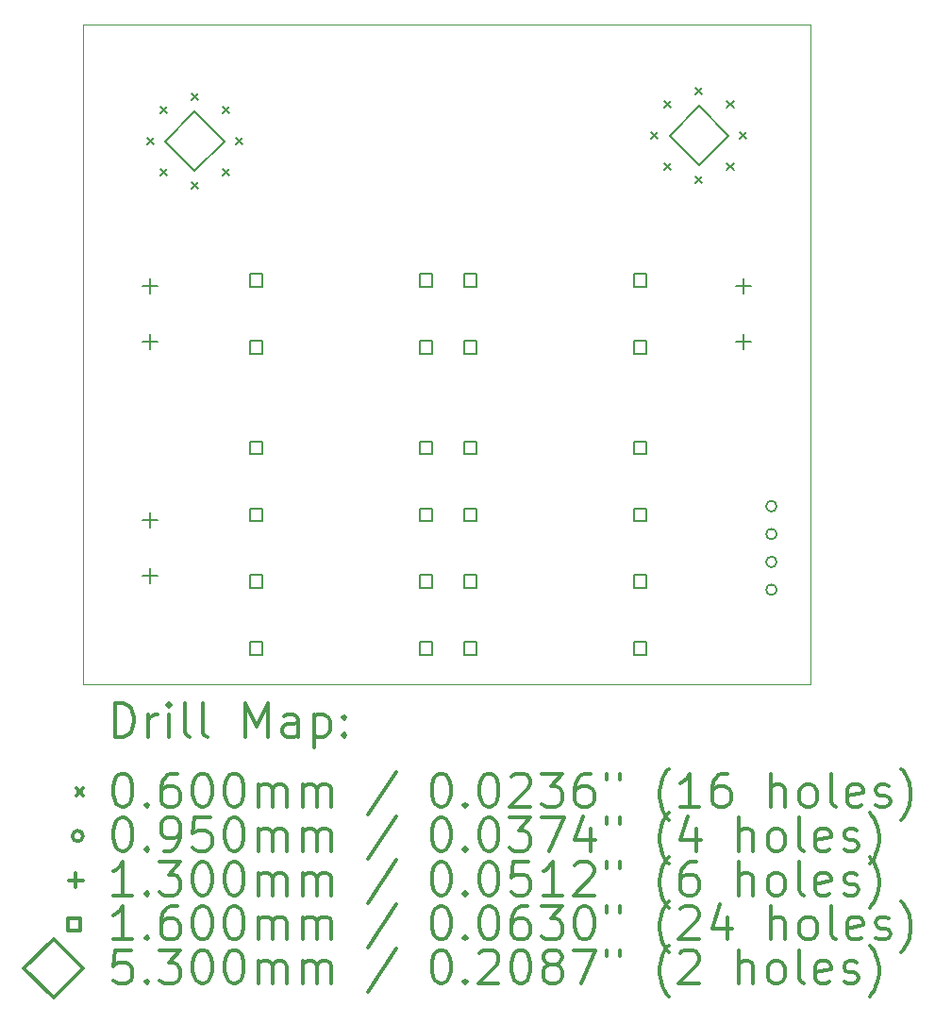
<source format=gbr>
%FSLAX45Y45*%
G04 Gerber Fmt 4.5, Leading zero omitted, Abs format (unit mm)*
G04 Created by KiCad (PCBNEW 5.1.10) date 2021-06-04 18:58:07*
%MOMM*%
%LPD*%
G01*
G04 APERTURE LIST*
%TA.AperFunction,Profile*%
%ADD10C,0.050000*%
%TD*%
%ADD11C,0.200000*%
%ADD12C,0.300000*%
G04 APERTURE END LIST*
D10*
X18550000Y-8775000D02*
X12025000Y-8775000D01*
X18550000Y-2850000D02*
X18550000Y-8775000D01*
X12025000Y-2850000D02*
X18550000Y-2850000D01*
X12025000Y-8775000D02*
X12025000Y-2850000D01*
D11*
X12597500Y-3870000D02*
X12657500Y-3930000D01*
X12657500Y-3870000D02*
X12597500Y-3930000D01*
X12713925Y-3588925D02*
X12773925Y-3648925D01*
X12773925Y-3588925D02*
X12713925Y-3648925D01*
X12713925Y-4151075D02*
X12773925Y-4211075D01*
X12773925Y-4151075D02*
X12713925Y-4211075D01*
X12995000Y-3472500D02*
X13055000Y-3532500D01*
X13055000Y-3472500D02*
X12995000Y-3532500D01*
X12995000Y-4267500D02*
X13055000Y-4327500D01*
X13055000Y-4267500D02*
X12995000Y-4327500D01*
X13276075Y-3588925D02*
X13336075Y-3648925D01*
X13336075Y-3588925D02*
X13276075Y-3648925D01*
X13276075Y-4151075D02*
X13336075Y-4211075D01*
X13336075Y-4151075D02*
X13276075Y-4211075D01*
X13392500Y-3870000D02*
X13452500Y-3930000D01*
X13452500Y-3870000D02*
X13392500Y-3930000D01*
X17122500Y-3820000D02*
X17182500Y-3880000D01*
X17182500Y-3820000D02*
X17122500Y-3880000D01*
X17238925Y-3538925D02*
X17298925Y-3598925D01*
X17298925Y-3538925D02*
X17238925Y-3598925D01*
X17238925Y-4101075D02*
X17298925Y-4161075D01*
X17298925Y-4101075D02*
X17238925Y-4161075D01*
X17520000Y-3422500D02*
X17580000Y-3482500D01*
X17580000Y-3422500D02*
X17520000Y-3482500D01*
X17520000Y-4217500D02*
X17580000Y-4277500D01*
X17580000Y-4217500D02*
X17520000Y-4277500D01*
X17801075Y-3538925D02*
X17861075Y-3598925D01*
X17861075Y-3538925D02*
X17801075Y-3598925D01*
X17801075Y-4101075D02*
X17861075Y-4161075D01*
X17861075Y-4101075D02*
X17801075Y-4161075D01*
X17917500Y-3820000D02*
X17977500Y-3880000D01*
X17977500Y-3820000D02*
X17917500Y-3880000D01*
X18247500Y-7175000D02*
G75*
G03*
X18247500Y-7175000I-47500J0D01*
G01*
X18247500Y-7425000D02*
G75*
G03*
X18247500Y-7425000I-47500J0D01*
G01*
X18247500Y-7675000D02*
G75*
G03*
X18247500Y-7675000I-47500J0D01*
G01*
X18247500Y-7925000D02*
G75*
G03*
X18247500Y-7925000I-47500J0D01*
G01*
X12625000Y-5135000D02*
X12625000Y-5265000D01*
X12560000Y-5200000D02*
X12690000Y-5200000D01*
X12625000Y-5635000D02*
X12625000Y-5765000D01*
X12560000Y-5700000D02*
X12690000Y-5700000D01*
X12625000Y-7235000D02*
X12625000Y-7365000D01*
X12560000Y-7300000D02*
X12690000Y-7300000D01*
X12625000Y-7735000D02*
X12625000Y-7865000D01*
X12560000Y-7800000D02*
X12690000Y-7800000D01*
X17950000Y-5135000D02*
X17950000Y-5265000D01*
X17885000Y-5200000D02*
X18015000Y-5200000D01*
X17950000Y-5635000D02*
X17950000Y-5765000D01*
X17885000Y-5700000D02*
X18015000Y-5700000D01*
X13631569Y-5206569D02*
X13631569Y-5093431D01*
X13518431Y-5093431D01*
X13518431Y-5206569D01*
X13631569Y-5206569D01*
X13631569Y-5806569D02*
X13631569Y-5693431D01*
X13518431Y-5693431D01*
X13518431Y-5806569D01*
X13631569Y-5806569D01*
X13631569Y-6706569D02*
X13631569Y-6593431D01*
X13518431Y-6593431D01*
X13518431Y-6706569D01*
X13631569Y-6706569D01*
X13631569Y-7306569D02*
X13631569Y-7193431D01*
X13518431Y-7193431D01*
X13518431Y-7306569D01*
X13631569Y-7306569D01*
X13631569Y-7906569D02*
X13631569Y-7793431D01*
X13518431Y-7793431D01*
X13518431Y-7906569D01*
X13631569Y-7906569D01*
X13631569Y-8506569D02*
X13631569Y-8393431D01*
X13518431Y-8393431D01*
X13518431Y-8506569D01*
X13631569Y-8506569D01*
X15155569Y-5206569D02*
X15155569Y-5093431D01*
X15042431Y-5093431D01*
X15042431Y-5206569D01*
X15155569Y-5206569D01*
X15155569Y-5806569D02*
X15155569Y-5693431D01*
X15042431Y-5693431D01*
X15042431Y-5806569D01*
X15155569Y-5806569D01*
X15155569Y-6706569D02*
X15155569Y-6593431D01*
X15042431Y-6593431D01*
X15042431Y-6706569D01*
X15155569Y-6706569D01*
X15155569Y-7306569D02*
X15155569Y-7193431D01*
X15042431Y-7193431D01*
X15042431Y-7306569D01*
X15155569Y-7306569D01*
X15155569Y-7906569D02*
X15155569Y-7793431D01*
X15042431Y-7793431D01*
X15042431Y-7906569D01*
X15155569Y-7906569D01*
X15155569Y-8506569D02*
X15155569Y-8393431D01*
X15042431Y-8393431D01*
X15042431Y-8506569D01*
X15155569Y-8506569D01*
X15556569Y-5206569D02*
X15556569Y-5093431D01*
X15443431Y-5093431D01*
X15443431Y-5206569D01*
X15556569Y-5206569D01*
X15556569Y-5806569D02*
X15556569Y-5693431D01*
X15443431Y-5693431D01*
X15443431Y-5806569D01*
X15556569Y-5806569D01*
X15556569Y-6706569D02*
X15556569Y-6593431D01*
X15443431Y-6593431D01*
X15443431Y-6706569D01*
X15556569Y-6706569D01*
X15556569Y-7306569D02*
X15556569Y-7193431D01*
X15443431Y-7193431D01*
X15443431Y-7306569D01*
X15556569Y-7306569D01*
X15556569Y-7906569D02*
X15556569Y-7793431D01*
X15443431Y-7793431D01*
X15443431Y-7906569D01*
X15556569Y-7906569D01*
X15556569Y-8506569D02*
X15556569Y-8393431D01*
X15443431Y-8393431D01*
X15443431Y-8506569D01*
X15556569Y-8506569D01*
X17080569Y-5206569D02*
X17080569Y-5093431D01*
X16967431Y-5093431D01*
X16967431Y-5206569D01*
X17080569Y-5206569D01*
X17080569Y-5806569D02*
X17080569Y-5693431D01*
X16967431Y-5693431D01*
X16967431Y-5806569D01*
X17080569Y-5806569D01*
X17080569Y-6706569D02*
X17080569Y-6593431D01*
X16967431Y-6593431D01*
X16967431Y-6706569D01*
X17080569Y-6706569D01*
X17080569Y-7306569D02*
X17080569Y-7193431D01*
X16967431Y-7193431D01*
X16967431Y-7306569D01*
X17080569Y-7306569D01*
X17080569Y-7906569D02*
X17080569Y-7793431D01*
X16967431Y-7793431D01*
X16967431Y-7906569D01*
X17080569Y-7906569D01*
X17080569Y-8506569D02*
X17080569Y-8393431D01*
X16967431Y-8393431D01*
X16967431Y-8506569D01*
X17080569Y-8506569D01*
X13025000Y-4165000D02*
X13290000Y-3900000D01*
X13025000Y-3635000D01*
X12760000Y-3900000D01*
X13025000Y-4165000D01*
X17550000Y-4115000D02*
X17815000Y-3850000D01*
X17550000Y-3585000D01*
X17285000Y-3850000D01*
X17550000Y-4115000D01*
D12*
X12308928Y-9243214D02*
X12308928Y-8943214D01*
X12380357Y-8943214D01*
X12423214Y-8957500D01*
X12451786Y-8986072D01*
X12466071Y-9014643D01*
X12480357Y-9071786D01*
X12480357Y-9114643D01*
X12466071Y-9171786D01*
X12451786Y-9200357D01*
X12423214Y-9228929D01*
X12380357Y-9243214D01*
X12308928Y-9243214D01*
X12608928Y-9243214D02*
X12608928Y-9043214D01*
X12608928Y-9100357D02*
X12623214Y-9071786D01*
X12637500Y-9057500D01*
X12666071Y-9043214D01*
X12694643Y-9043214D01*
X12794643Y-9243214D02*
X12794643Y-9043214D01*
X12794643Y-8943214D02*
X12780357Y-8957500D01*
X12794643Y-8971786D01*
X12808928Y-8957500D01*
X12794643Y-8943214D01*
X12794643Y-8971786D01*
X12980357Y-9243214D02*
X12951786Y-9228929D01*
X12937500Y-9200357D01*
X12937500Y-8943214D01*
X13137500Y-9243214D02*
X13108928Y-9228929D01*
X13094643Y-9200357D01*
X13094643Y-8943214D01*
X13480357Y-9243214D02*
X13480357Y-8943214D01*
X13580357Y-9157500D01*
X13680357Y-8943214D01*
X13680357Y-9243214D01*
X13951786Y-9243214D02*
X13951786Y-9086072D01*
X13937500Y-9057500D01*
X13908928Y-9043214D01*
X13851786Y-9043214D01*
X13823214Y-9057500D01*
X13951786Y-9228929D02*
X13923214Y-9243214D01*
X13851786Y-9243214D01*
X13823214Y-9228929D01*
X13808928Y-9200357D01*
X13808928Y-9171786D01*
X13823214Y-9143214D01*
X13851786Y-9128929D01*
X13923214Y-9128929D01*
X13951786Y-9114643D01*
X14094643Y-9043214D02*
X14094643Y-9343214D01*
X14094643Y-9057500D02*
X14123214Y-9043214D01*
X14180357Y-9043214D01*
X14208928Y-9057500D01*
X14223214Y-9071786D01*
X14237500Y-9100357D01*
X14237500Y-9186072D01*
X14223214Y-9214643D01*
X14208928Y-9228929D01*
X14180357Y-9243214D01*
X14123214Y-9243214D01*
X14094643Y-9228929D01*
X14366071Y-9214643D02*
X14380357Y-9228929D01*
X14366071Y-9243214D01*
X14351786Y-9228929D01*
X14366071Y-9214643D01*
X14366071Y-9243214D01*
X14366071Y-9057500D02*
X14380357Y-9071786D01*
X14366071Y-9086072D01*
X14351786Y-9071786D01*
X14366071Y-9057500D01*
X14366071Y-9086072D01*
X11962500Y-9707500D02*
X12022500Y-9767500D01*
X12022500Y-9707500D02*
X11962500Y-9767500D01*
X12366071Y-9573214D02*
X12394643Y-9573214D01*
X12423214Y-9587500D01*
X12437500Y-9601786D01*
X12451786Y-9630357D01*
X12466071Y-9687500D01*
X12466071Y-9758929D01*
X12451786Y-9816072D01*
X12437500Y-9844643D01*
X12423214Y-9858929D01*
X12394643Y-9873214D01*
X12366071Y-9873214D01*
X12337500Y-9858929D01*
X12323214Y-9844643D01*
X12308928Y-9816072D01*
X12294643Y-9758929D01*
X12294643Y-9687500D01*
X12308928Y-9630357D01*
X12323214Y-9601786D01*
X12337500Y-9587500D01*
X12366071Y-9573214D01*
X12594643Y-9844643D02*
X12608928Y-9858929D01*
X12594643Y-9873214D01*
X12580357Y-9858929D01*
X12594643Y-9844643D01*
X12594643Y-9873214D01*
X12866071Y-9573214D02*
X12808928Y-9573214D01*
X12780357Y-9587500D01*
X12766071Y-9601786D01*
X12737500Y-9644643D01*
X12723214Y-9701786D01*
X12723214Y-9816072D01*
X12737500Y-9844643D01*
X12751786Y-9858929D01*
X12780357Y-9873214D01*
X12837500Y-9873214D01*
X12866071Y-9858929D01*
X12880357Y-9844643D01*
X12894643Y-9816072D01*
X12894643Y-9744643D01*
X12880357Y-9716072D01*
X12866071Y-9701786D01*
X12837500Y-9687500D01*
X12780357Y-9687500D01*
X12751786Y-9701786D01*
X12737500Y-9716072D01*
X12723214Y-9744643D01*
X13080357Y-9573214D02*
X13108928Y-9573214D01*
X13137500Y-9587500D01*
X13151786Y-9601786D01*
X13166071Y-9630357D01*
X13180357Y-9687500D01*
X13180357Y-9758929D01*
X13166071Y-9816072D01*
X13151786Y-9844643D01*
X13137500Y-9858929D01*
X13108928Y-9873214D01*
X13080357Y-9873214D01*
X13051786Y-9858929D01*
X13037500Y-9844643D01*
X13023214Y-9816072D01*
X13008928Y-9758929D01*
X13008928Y-9687500D01*
X13023214Y-9630357D01*
X13037500Y-9601786D01*
X13051786Y-9587500D01*
X13080357Y-9573214D01*
X13366071Y-9573214D02*
X13394643Y-9573214D01*
X13423214Y-9587500D01*
X13437500Y-9601786D01*
X13451786Y-9630357D01*
X13466071Y-9687500D01*
X13466071Y-9758929D01*
X13451786Y-9816072D01*
X13437500Y-9844643D01*
X13423214Y-9858929D01*
X13394643Y-9873214D01*
X13366071Y-9873214D01*
X13337500Y-9858929D01*
X13323214Y-9844643D01*
X13308928Y-9816072D01*
X13294643Y-9758929D01*
X13294643Y-9687500D01*
X13308928Y-9630357D01*
X13323214Y-9601786D01*
X13337500Y-9587500D01*
X13366071Y-9573214D01*
X13594643Y-9873214D02*
X13594643Y-9673214D01*
X13594643Y-9701786D02*
X13608928Y-9687500D01*
X13637500Y-9673214D01*
X13680357Y-9673214D01*
X13708928Y-9687500D01*
X13723214Y-9716072D01*
X13723214Y-9873214D01*
X13723214Y-9716072D02*
X13737500Y-9687500D01*
X13766071Y-9673214D01*
X13808928Y-9673214D01*
X13837500Y-9687500D01*
X13851786Y-9716072D01*
X13851786Y-9873214D01*
X13994643Y-9873214D02*
X13994643Y-9673214D01*
X13994643Y-9701786D02*
X14008928Y-9687500D01*
X14037500Y-9673214D01*
X14080357Y-9673214D01*
X14108928Y-9687500D01*
X14123214Y-9716072D01*
X14123214Y-9873214D01*
X14123214Y-9716072D02*
X14137500Y-9687500D01*
X14166071Y-9673214D01*
X14208928Y-9673214D01*
X14237500Y-9687500D01*
X14251786Y-9716072D01*
X14251786Y-9873214D01*
X14837500Y-9558929D02*
X14580357Y-9944643D01*
X15223214Y-9573214D02*
X15251786Y-9573214D01*
X15280357Y-9587500D01*
X15294643Y-9601786D01*
X15308928Y-9630357D01*
X15323214Y-9687500D01*
X15323214Y-9758929D01*
X15308928Y-9816072D01*
X15294643Y-9844643D01*
X15280357Y-9858929D01*
X15251786Y-9873214D01*
X15223214Y-9873214D01*
X15194643Y-9858929D01*
X15180357Y-9844643D01*
X15166071Y-9816072D01*
X15151786Y-9758929D01*
X15151786Y-9687500D01*
X15166071Y-9630357D01*
X15180357Y-9601786D01*
X15194643Y-9587500D01*
X15223214Y-9573214D01*
X15451786Y-9844643D02*
X15466071Y-9858929D01*
X15451786Y-9873214D01*
X15437500Y-9858929D01*
X15451786Y-9844643D01*
X15451786Y-9873214D01*
X15651786Y-9573214D02*
X15680357Y-9573214D01*
X15708928Y-9587500D01*
X15723214Y-9601786D01*
X15737500Y-9630357D01*
X15751786Y-9687500D01*
X15751786Y-9758929D01*
X15737500Y-9816072D01*
X15723214Y-9844643D01*
X15708928Y-9858929D01*
X15680357Y-9873214D01*
X15651786Y-9873214D01*
X15623214Y-9858929D01*
X15608928Y-9844643D01*
X15594643Y-9816072D01*
X15580357Y-9758929D01*
X15580357Y-9687500D01*
X15594643Y-9630357D01*
X15608928Y-9601786D01*
X15623214Y-9587500D01*
X15651786Y-9573214D01*
X15866071Y-9601786D02*
X15880357Y-9587500D01*
X15908928Y-9573214D01*
X15980357Y-9573214D01*
X16008928Y-9587500D01*
X16023214Y-9601786D01*
X16037500Y-9630357D01*
X16037500Y-9658929D01*
X16023214Y-9701786D01*
X15851786Y-9873214D01*
X16037500Y-9873214D01*
X16137500Y-9573214D02*
X16323214Y-9573214D01*
X16223214Y-9687500D01*
X16266071Y-9687500D01*
X16294643Y-9701786D01*
X16308928Y-9716072D01*
X16323214Y-9744643D01*
X16323214Y-9816072D01*
X16308928Y-9844643D01*
X16294643Y-9858929D01*
X16266071Y-9873214D01*
X16180357Y-9873214D01*
X16151786Y-9858929D01*
X16137500Y-9844643D01*
X16580357Y-9573214D02*
X16523214Y-9573214D01*
X16494643Y-9587500D01*
X16480357Y-9601786D01*
X16451786Y-9644643D01*
X16437500Y-9701786D01*
X16437500Y-9816072D01*
X16451786Y-9844643D01*
X16466071Y-9858929D01*
X16494643Y-9873214D01*
X16551786Y-9873214D01*
X16580357Y-9858929D01*
X16594643Y-9844643D01*
X16608928Y-9816072D01*
X16608928Y-9744643D01*
X16594643Y-9716072D01*
X16580357Y-9701786D01*
X16551786Y-9687500D01*
X16494643Y-9687500D01*
X16466071Y-9701786D01*
X16451786Y-9716072D01*
X16437500Y-9744643D01*
X16723214Y-9573214D02*
X16723214Y-9630357D01*
X16837500Y-9573214D02*
X16837500Y-9630357D01*
X17280357Y-9987500D02*
X17266071Y-9973214D01*
X17237500Y-9930357D01*
X17223214Y-9901786D01*
X17208928Y-9858929D01*
X17194643Y-9787500D01*
X17194643Y-9730357D01*
X17208928Y-9658929D01*
X17223214Y-9616072D01*
X17237500Y-9587500D01*
X17266071Y-9544643D01*
X17280357Y-9530357D01*
X17551786Y-9873214D02*
X17380357Y-9873214D01*
X17466071Y-9873214D02*
X17466071Y-9573214D01*
X17437500Y-9616072D01*
X17408928Y-9644643D01*
X17380357Y-9658929D01*
X17808928Y-9573214D02*
X17751786Y-9573214D01*
X17723214Y-9587500D01*
X17708928Y-9601786D01*
X17680357Y-9644643D01*
X17666071Y-9701786D01*
X17666071Y-9816072D01*
X17680357Y-9844643D01*
X17694643Y-9858929D01*
X17723214Y-9873214D01*
X17780357Y-9873214D01*
X17808928Y-9858929D01*
X17823214Y-9844643D01*
X17837500Y-9816072D01*
X17837500Y-9744643D01*
X17823214Y-9716072D01*
X17808928Y-9701786D01*
X17780357Y-9687500D01*
X17723214Y-9687500D01*
X17694643Y-9701786D01*
X17680357Y-9716072D01*
X17666071Y-9744643D01*
X18194643Y-9873214D02*
X18194643Y-9573214D01*
X18323214Y-9873214D02*
X18323214Y-9716072D01*
X18308928Y-9687500D01*
X18280357Y-9673214D01*
X18237500Y-9673214D01*
X18208928Y-9687500D01*
X18194643Y-9701786D01*
X18508928Y-9873214D02*
X18480357Y-9858929D01*
X18466071Y-9844643D01*
X18451786Y-9816072D01*
X18451786Y-9730357D01*
X18466071Y-9701786D01*
X18480357Y-9687500D01*
X18508928Y-9673214D01*
X18551786Y-9673214D01*
X18580357Y-9687500D01*
X18594643Y-9701786D01*
X18608928Y-9730357D01*
X18608928Y-9816072D01*
X18594643Y-9844643D01*
X18580357Y-9858929D01*
X18551786Y-9873214D01*
X18508928Y-9873214D01*
X18780357Y-9873214D02*
X18751786Y-9858929D01*
X18737500Y-9830357D01*
X18737500Y-9573214D01*
X19008928Y-9858929D02*
X18980357Y-9873214D01*
X18923214Y-9873214D01*
X18894643Y-9858929D01*
X18880357Y-9830357D01*
X18880357Y-9716072D01*
X18894643Y-9687500D01*
X18923214Y-9673214D01*
X18980357Y-9673214D01*
X19008928Y-9687500D01*
X19023214Y-9716072D01*
X19023214Y-9744643D01*
X18880357Y-9773214D01*
X19137500Y-9858929D02*
X19166071Y-9873214D01*
X19223214Y-9873214D01*
X19251786Y-9858929D01*
X19266071Y-9830357D01*
X19266071Y-9816072D01*
X19251786Y-9787500D01*
X19223214Y-9773214D01*
X19180357Y-9773214D01*
X19151786Y-9758929D01*
X19137500Y-9730357D01*
X19137500Y-9716072D01*
X19151786Y-9687500D01*
X19180357Y-9673214D01*
X19223214Y-9673214D01*
X19251786Y-9687500D01*
X19366071Y-9987500D02*
X19380357Y-9973214D01*
X19408928Y-9930357D01*
X19423214Y-9901786D01*
X19437500Y-9858929D01*
X19451786Y-9787500D01*
X19451786Y-9730357D01*
X19437500Y-9658929D01*
X19423214Y-9616072D01*
X19408928Y-9587500D01*
X19380357Y-9544643D01*
X19366071Y-9530357D01*
X12022500Y-10133500D02*
G75*
G03*
X12022500Y-10133500I-47500J0D01*
G01*
X12366071Y-9969214D02*
X12394643Y-9969214D01*
X12423214Y-9983500D01*
X12437500Y-9997786D01*
X12451786Y-10026357D01*
X12466071Y-10083500D01*
X12466071Y-10154929D01*
X12451786Y-10212072D01*
X12437500Y-10240643D01*
X12423214Y-10254929D01*
X12394643Y-10269214D01*
X12366071Y-10269214D01*
X12337500Y-10254929D01*
X12323214Y-10240643D01*
X12308928Y-10212072D01*
X12294643Y-10154929D01*
X12294643Y-10083500D01*
X12308928Y-10026357D01*
X12323214Y-9997786D01*
X12337500Y-9983500D01*
X12366071Y-9969214D01*
X12594643Y-10240643D02*
X12608928Y-10254929D01*
X12594643Y-10269214D01*
X12580357Y-10254929D01*
X12594643Y-10240643D01*
X12594643Y-10269214D01*
X12751786Y-10269214D02*
X12808928Y-10269214D01*
X12837500Y-10254929D01*
X12851786Y-10240643D01*
X12880357Y-10197786D01*
X12894643Y-10140643D01*
X12894643Y-10026357D01*
X12880357Y-9997786D01*
X12866071Y-9983500D01*
X12837500Y-9969214D01*
X12780357Y-9969214D01*
X12751786Y-9983500D01*
X12737500Y-9997786D01*
X12723214Y-10026357D01*
X12723214Y-10097786D01*
X12737500Y-10126357D01*
X12751786Y-10140643D01*
X12780357Y-10154929D01*
X12837500Y-10154929D01*
X12866071Y-10140643D01*
X12880357Y-10126357D01*
X12894643Y-10097786D01*
X13166071Y-9969214D02*
X13023214Y-9969214D01*
X13008928Y-10112072D01*
X13023214Y-10097786D01*
X13051786Y-10083500D01*
X13123214Y-10083500D01*
X13151786Y-10097786D01*
X13166071Y-10112072D01*
X13180357Y-10140643D01*
X13180357Y-10212072D01*
X13166071Y-10240643D01*
X13151786Y-10254929D01*
X13123214Y-10269214D01*
X13051786Y-10269214D01*
X13023214Y-10254929D01*
X13008928Y-10240643D01*
X13366071Y-9969214D02*
X13394643Y-9969214D01*
X13423214Y-9983500D01*
X13437500Y-9997786D01*
X13451786Y-10026357D01*
X13466071Y-10083500D01*
X13466071Y-10154929D01*
X13451786Y-10212072D01*
X13437500Y-10240643D01*
X13423214Y-10254929D01*
X13394643Y-10269214D01*
X13366071Y-10269214D01*
X13337500Y-10254929D01*
X13323214Y-10240643D01*
X13308928Y-10212072D01*
X13294643Y-10154929D01*
X13294643Y-10083500D01*
X13308928Y-10026357D01*
X13323214Y-9997786D01*
X13337500Y-9983500D01*
X13366071Y-9969214D01*
X13594643Y-10269214D02*
X13594643Y-10069214D01*
X13594643Y-10097786D02*
X13608928Y-10083500D01*
X13637500Y-10069214D01*
X13680357Y-10069214D01*
X13708928Y-10083500D01*
X13723214Y-10112072D01*
X13723214Y-10269214D01*
X13723214Y-10112072D02*
X13737500Y-10083500D01*
X13766071Y-10069214D01*
X13808928Y-10069214D01*
X13837500Y-10083500D01*
X13851786Y-10112072D01*
X13851786Y-10269214D01*
X13994643Y-10269214D02*
X13994643Y-10069214D01*
X13994643Y-10097786D02*
X14008928Y-10083500D01*
X14037500Y-10069214D01*
X14080357Y-10069214D01*
X14108928Y-10083500D01*
X14123214Y-10112072D01*
X14123214Y-10269214D01*
X14123214Y-10112072D02*
X14137500Y-10083500D01*
X14166071Y-10069214D01*
X14208928Y-10069214D01*
X14237500Y-10083500D01*
X14251786Y-10112072D01*
X14251786Y-10269214D01*
X14837500Y-9954929D02*
X14580357Y-10340643D01*
X15223214Y-9969214D02*
X15251786Y-9969214D01*
X15280357Y-9983500D01*
X15294643Y-9997786D01*
X15308928Y-10026357D01*
X15323214Y-10083500D01*
X15323214Y-10154929D01*
X15308928Y-10212072D01*
X15294643Y-10240643D01*
X15280357Y-10254929D01*
X15251786Y-10269214D01*
X15223214Y-10269214D01*
X15194643Y-10254929D01*
X15180357Y-10240643D01*
X15166071Y-10212072D01*
X15151786Y-10154929D01*
X15151786Y-10083500D01*
X15166071Y-10026357D01*
X15180357Y-9997786D01*
X15194643Y-9983500D01*
X15223214Y-9969214D01*
X15451786Y-10240643D02*
X15466071Y-10254929D01*
X15451786Y-10269214D01*
X15437500Y-10254929D01*
X15451786Y-10240643D01*
X15451786Y-10269214D01*
X15651786Y-9969214D02*
X15680357Y-9969214D01*
X15708928Y-9983500D01*
X15723214Y-9997786D01*
X15737500Y-10026357D01*
X15751786Y-10083500D01*
X15751786Y-10154929D01*
X15737500Y-10212072D01*
X15723214Y-10240643D01*
X15708928Y-10254929D01*
X15680357Y-10269214D01*
X15651786Y-10269214D01*
X15623214Y-10254929D01*
X15608928Y-10240643D01*
X15594643Y-10212072D01*
X15580357Y-10154929D01*
X15580357Y-10083500D01*
X15594643Y-10026357D01*
X15608928Y-9997786D01*
X15623214Y-9983500D01*
X15651786Y-9969214D01*
X15851786Y-9969214D02*
X16037500Y-9969214D01*
X15937500Y-10083500D01*
X15980357Y-10083500D01*
X16008928Y-10097786D01*
X16023214Y-10112072D01*
X16037500Y-10140643D01*
X16037500Y-10212072D01*
X16023214Y-10240643D01*
X16008928Y-10254929D01*
X15980357Y-10269214D01*
X15894643Y-10269214D01*
X15866071Y-10254929D01*
X15851786Y-10240643D01*
X16137500Y-9969214D02*
X16337500Y-9969214D01*
X16208928Y-10269214D01*
X16580357Y-10069214D02*
X16580357Y-10269214D01*
X16508928Y-9954929D02*
X16437500Y-10169214D01*
X16623214Y-10169214D01*
X16723214Y-9969214D02*
X16723214Y-10026357D01*
X16837500Y-9969214D02*
X16837500Y-10026357D01*
X17280357Y-10383500D02*
X17266071Y-10369214D01*
X17237500Y-10326357D01*
X17223214Y-10297786D01*
X17208928Y-10254929D01*
X17194643Y-10183500D01*
X17194643Y-10126357D01*
X17208928Y-10054929D01*
X17223214Y-10012072D01*
X17237500Y-9983500D01*
X17266071Y-9940643D01*
X17280357Y-9926357D01*
X17523214Y-10069214D02*
X17523214Y-10269214D01*
X17451786Y-9954929D02*
X17380357Y-10169214D01*
X17566071Y-10169214D01*
X17908928Y-10269214D02*
X17908928Y-9969214D01*
X18037500Y-10269214D02*
X18037500Y-10112072D01*
X18023214Y-10083500D01*
X17994643Y-10069214D01*
X17951786Y-10069214D01*
X17923214Y-10083500D01*
X17908928Y-10097786D01*
X18223214Y-10269214D02*
X18194643Y-10254929D01*
X18180357Y-10240643D01*
X18166071Y-10212072D01*
X18166071Y-10126357D01*
X18180357Y-10097786D01*
X18194643Y-10083500D01*
X18223214Y-10069214D01*
X18266071Y-10069214D01*
X18294643Y-10083500D01*
X18308928Y-10097786D01*
X18323214Y-10126357D01*
X18323214Y-10212072D01*
X18308928Y-10240643D01*
X18294643Y-10254929D01*
X18266071Y-10269214D01*
X18223214Y-10269214D01*
X18494643Y-10269214D02*
X18466071Y-10254929D01*
X18451786Y-10226357D01*
X18451786Y-9969214D01*
X18723214Y-10254929D02*
X18694643Y-10269214D01*
X18637500Y-10269214D01*
X18608928Y-10254929D01*
X18594643Y-10226357D01*
X18594643Y-10112072D01*
X18608928Y-10083500D01*
X18637500Y-10069214D01*
X18694643Y-10069214D01*
X18723214Y-10083500D01*
X18737500Y-10112072D01*
X18737500Y-10140643D01*
X18594643Y-10169214D01*
X18851786Y-10254929D02*
X18880357Y-10269214D01*
X18937500Y-10269214D01*
X18966071Y-10254929D01*
X18980357Y-10226357D01*
X18980357Y-10212072D01*
X18966071Y-10183500D01*
X18937500Y-10169214D01*
X18894643Y-10169214D01*
X18866071Y-10154929D01*
X18851786Y-10126357D01*
X18851786Y-10112072D01*
X18866071Y-10083500D01*
X18894643Y-10069214D01*
X18937500Y-10069214D01*
X18966071Y-10083500D01*
X19080357Y-10383500D02*
X19094643Y-10369214D01*
X19123214Y-10326357D01*
X19137500Y-10297786D01*
X19151786Y-10254929D01*
X19166071Y-10183500D01*
X19166071Y-10126357D01*
X19151786Y-10054929D01*
X19137500Y-10012072D01*
X19123214Y-9983500D01*
X19094643Y-9940643D01*
X19080357Y-9926357D01*
X11957500Y-10464500D02*
X11957500Y-10594500D01*
X11892500Y-10529500D02*
X12022500Y-10529500D01*
X12466071Y-10665214D02*
X12294643Y-10665214D01*
X12380357Y-10665214D02*
X12380357Y-10365214D01*
X12351786Y-10408072D01*
X12323214Y-10436643D01*
X12294643Y-10450929D01*
X12594643Y-10636643D02*
X12608928Y-10650929D01*
X12594643Y-10665214D01*
X12580357Y-10650929D01*
X12594643Y-10636643D01*
X12594643Y-10665214D01*
X12708928Y-10365214D02*
X12894643Y-10365214D01*
X12794643Y-10479500D01*
X12837500Y-10479500D01*
X12866071Y-10493786D01*
X12880357Y-10508072D01*
X12894643Y-10536643D01*
X12894643Y-10608072D01*
X12880357Y-10636643D01*
X12866071Y-10650929D01*
X12837500Y-10665214D01*
X12751786Y-10665214D01*
X12723214Y-10650929D01*
X12708928Y-10636643D01*
X13080357Y-10365214D02*
X13108928Y-10365214D01*
X13137500Y-10379500D01*
X13151786Y-10393786D01*
X13166071Y-10422357D01*
X13180357Y-10479500D01*
X13180357Y-10550929D01*
X13166071Y-10608072D01*
X13151786Y-10636643D01*
X13137500Y-10650929D01*
X13108928Y-10665214D01*
X13080357Y-10665214D01*
X13051786Y-10650929D01*
X13037500Y-10636643D01*
X13023214Y-10608072D01*
X13008928Y-10550929D01*
X13008928Y-10479500D01*
X13023214Y-10422357D01*
X13037500Y-10393786D01*
X13051786Y-10379500D01*
X13080357Y-10365214D01*
X13366071Y-10365214D02*
X13394643Y-10365214D01*
X13423214Y-10379500D01*
X13437500Y-10393786D01*
X13451786Y-10422357D01*
X13466071Y-10479500D01*
X13466071Y-10550929D01*
X13451786Y-10608072D01*
X13437500Y-10636643D01*
X13423214Y-10650929D01*
X13394643Y-10665214D01*
X13366071Y-10665214D01*
X13337500Y-10650929D01*
X13323214Y-10636643D01*
X13308928Y-10608072D01*
X13294643Y-10550929D01*
X13294643Y-10479500D01*
X13308928Y-10422357D01*
X13323214Y-10393786D01*
X13337500Y-10379500D01*
X13366071Y-10365214D01*
X13594643Y-10665214D02*
X13594643Y-10465214D01*
X13594643Y-10493786D02*
X13608928Y-10479500D01*
X13637500Y-10465214D01*
X13680357Y-10465214D01*
X13708928Y-10479500D01*
X13723214Y-10508072D01*
X13723214Y-10665214D01*
X13723214Y-10508072D02*
X13737500Y-10479500D01*
X13766071Y-10465214D01*
X13808928Y-10465214D01*
X13837500Y-10479500D01*
X13851786Y-10508072D01*
X13851786Y-10665214D01*
X13994643Y-10665214D02*
X13994643Y-10465214D01*
X13994643Y-10493786D02*
X14008928Y-10479500D01*
X14037500Y-10465214D01*
X14080357Y-10465214D01*
X14108928Y-10479500D01*
X14123214Y-10508072D01*
X14123214Y-10665214D01*
X14123214Y-10508072D02*
X14137500Y-10479500D01*
X14166071Y-10465214D01*
X14208928Y-10465214D01*
X14237500Y-10479500D01*
X14251786Y-10508072D01*
X14251786Y-10665214D01*
X14837500Y-10350929D02*
X14580357Y-10736643D01*
X15223214Y-10365214D02*
X15251786Y-10365214D01*
X15280357Y-10379500D01*
X15294643Y-10393786D01*
X15308928Y-10422357D01*
X15323214Y-10479500D01*
X15323214Y-10550929D01*
X15308928Y-10608072D01*
X15294643Y-10636643D01*
X15280357Y-10650929D01*
X15251786Y-10665214D01*
X15223214Y-10665214D01*
X15194643Y-10650929D01*
X15180357Y-10636643D01*
X15166071Y-10608072D01*
X15151786Y-10550929D01*
X15151786Y-10479500D01*
X15166071Y-10422357D01*
X15180357Y-10393786D01*
X15194643Y-10379500D01*
X15223214Y-10365214D01*
X15451786Y-10636643D02*
X15466071Y-10650929D01*
X15451786Y-10665214D01*
X15437500Y-10650929D01*
X15451786Y-10636643D01*
X15451786Y-10665214D01*
X15651786Y-10365214D02*
X15680357Y-10365214D01*
X15708928Y-10379500D01*
X15723214Y-10393786D01*
X15737500Y-10422357D01*
X15751786Y-10479500D01*
X15751786Y-10550929D01*
X15737500Y-10608072D01*
X15723214Y-10636643D01*
X15708928Y-10650929D01*
X15680357Y-10665214D01*
X15651786Y-10665214D01*
X15623214Y-10650929D01*
X15608928Y-10636643D01*
X15594643Y-10608072D01*
X15580357Y-10550929D01*
X15580357Y-10479500D01*
X15594643Y-10422357D01*
X15608928Y-10393786D01*
X15623214Y-10379500D01*
X15651786Y-10365214D01*
X16023214Y-10365214D02*
X15880357Y-10365214D01*
X15866071Y-10508072D01*
X15880357Y-10493786D01*
X15908928Y-10479500D01*
X15980357Y-10479500D01*
X16008928Y-10493786D01*
X16023214Y-10508072D01*
X16037500Y-10536643D01*
X16037500Y-10608072D01*
X16023214Y-10636643D01*
X16008928Y-10650929D01*
X15980357Y-10665214D01*
X15908928Y-10665214D01*
X15880357Y-10650929D01*
X15866071Y-10636643D01*
X16323214Y-10665214D02*
X16151786Y-10665214D01*
X16237500Y-10665214D02*
X16237500Y-10365214D01*
X16208928Y-10408072D01*
X16180357Y-10436643D01*
X16151786Y-10450929D01*
X16437500Y-10393786D02*
X16451786Y-10379500D01*
X16480357Y-10365214D01*
X16551786Y-10365214D01*
X16580357Y-10379500D01*
X16594643Y-10393786D01*
X16608928Y-10422357D01*
X16608928Y-10450929D01*
X16594643Y-10493786D01*
X16423214Y-10665214D01*
X16608928Y-10665214D01*
X16723214Y-10365214D02*
X16723214Y-10422357D01*
X16837500Y-10365214D02*
X16837500Y-10422357D01*
X17280357Y-10779500D02*
X17266071Y-10765214D01*
X17237500Y-10722357D01*
X17223214Y-10693786D01*
X17208928Y-10650929D01*
X17194643Y-10579500D01*
X17194643Y-10522357D01*
X17208928Y-10450929D01*
X17223214Y-10408072D01*
X17237500Y-10379500D01*
X17266071Y-10336643D01*
X17280357Y-10322357D01*
X17523214Y-10365214D02*
X17466071Y-10365214D01*
X17437500Y-10379500D01*
X17423214Y-10393786D01*
X17394643Y-10436643D01*
X17380357Y-10493786D01*
X17380357Y-10608072D01*
X17394643Y-10636643D01*
X17408928Y-10650929D01*
X17437500Y-10665214D01*
X17494643Y-10665214D01*
X17523214Y-10650929D01*
X17537500Y-10636643D01*
X17551786Y-10608072D01*
X17551786Y-10536643D01*
X17537500Y-10508072D01*
X17523214Y-10493786D01*
X17494643Y-10479500D01*
X17437500Y-10479500D01*
X17408928Y-10493786D01*
X17394643Y-10508072D01*
X17380357Y-10536643D01*
X17908928Y-10665214D02*
X17908928Y-10365214D01*
X18037500Y-10665214D02*
X18037500Y-10508072D01*
X18023214Y-10479500D01*
X17994643Y-10465214D01*
X17951786Y-10465214D01*
X17923214Y-10479500D01*
X17908928Y-10493786D01*
X18223214Y-10665214D02*
X18194643Y-10650929D01*
X18180357Y-10636643D01*
X18166071Y-10608072D01*
X18166071Y-10522357D01*
X18180357Y-10493786D01*
X18194643Y-10479500D01*
X18223214Y-10465214D01*
X18266071Y-10465214D01*
X18294643Y-10479500D01*
X18308928Y-10493786D01*
X18323214Y-10522357D01*
X18323214Y-10608072D01*
X18308928Y-10636643D01*
X18294643Y-10650929D01*
X18266071Y-10665214D01*
X18223214Y-10665214D01*
X18494643Y-10665214D02*
X18466071Y-10650929D01*
X18451786Y-10622357D01*
X18451786Y-10365214D01*
X18723214Y-10650929D02*
X18694643Y-10665214D01*
X18637500Y-10665214D01*
X18608928Y-10650929D01*
X18594643Y-10622357D01*
X18594643Y-10508072D01*
X18608928Y-10479500D01*
X18637500Y-10465214D01*
X18694643Y-10465214D01*
X18723214Y-10479500D01*
X18737500Y-10508072D01*
X18737500Y-10536643D01*
X18594643Y-10565214D01*
X18851786Y-10650929D02*
X18880357Y-10665214D01*
X18937500Y-10665214D01*
X18966071Y-10650929D01*
X18980357Y-10622357D01*
X18980357Y-10608072D01*
X18966071Y-10579500D01*
X18937500Y-10565214D01*
X18894643Y-10565214D01*
X18866071Y-10550929D01*
X18851786Y-10522357D01*
X18851786Y-10508072D01*
X18866071Y-10479500D01*
X18894643Y-10465214D01*
X18937500Y-10465214D01*
X18966071Y-10479500D01*
X19080357Y-10779500D02*
X19094643Y-10765214D01*
X19123214Y-10722357D01*
X19137500Y-10693786D01*
X19151786Y-10650929D01*
X19166071Y-10579500D01*
X19166071Y-10522357D01*
X19151786Y-10450929D01*
X19137500Y-10408072D01*
X19123214Y-10379500D01*
X19094643Y-10336643D01*
X19080357Y-10322357D01*
X11999069Y-10982069D02*
X11999069Y-10868931D01*
X11885931Y-10868931D01*
X11885931Y-10982069D01*
X11999069Y-10982069D01*
X12466071Y-11061214D02*
X12294643Y-11061214D01*
X12380357Y-11061214D02*
X12380357Y-10761214D01*
X12351786Y-10804072D01*
X12323214Y-10832643D01*
X12294643Y-10846929D01*
X12594643Y-11032643D02*
X12608928Y-11046929D01*
X12594643Y-11061214D01*
X12580357Y-11046929D01*
X12594643Y-11032643D01*
X12594643Y-11061214D01*
X12866071Y-10761214D02*
X12808928Y-10761214D01*
X12780357Y-10775500D01*
X12766071Y-10789786D01*
X12737500Y-10832643D01*
X12723214Y-10889786D01*
X12723214Y-11004072D01*
X12737500Y-11032643D01*
X12751786Y-11046929D01*
X12780357Y-11061214D01*
X12837500Y-11061214D01*
X12866071Y-11046929D01*
X12880357Y-11032643D01*
X12894643Y-11004072D01*
X12894643Y-10932643D01*
X12880357Y-10904072D01*
X12866071Y-10889786D01*
X12837500Y-10875500D01*
X12780357Y-10875500D01*
X12751786Y-10889786D01*
X12737500Y-10904072D01*
X12723214Y-10932643D01*
X13080357Y-10761214D02*
X13108928Y-10761214D01*
X13137500Y-10775500D01*
X13151786Y-10789786D01*
X13166071Y-10818357D01*
X13180357Y-10875500D01*
X13180357Y-10946929D01*
X13166071Y-11004072D01*
X13151786Y-11032643D01*
X13137500Y-11046929D01*
X13108928Y-11061214D01*
X13080357Y-11061214D01*
X13051786Y-11046929D01*
X13037500Y-11032643D01*
X13023214Y-11004072D01*
X13008928Y-10946929D01*
X13008928Y-10875500D01*
X13023214Y-10818357D01*
X13037500Y-10789786D01*
X13051786Y-10775500D01*
X13080357Y-10761214D01*
X13366071Y-10761214D02*
X13394643Y-10761214D01*
X13423214Y-10775500D01*
X13437500Y-10789786D01*
X13451786Y-10818357D01*
X13466071Y-10875500D01*
X13466071Y-10946929D01*
X13451786Y-11004072D01*
X13437500Y-11032643D01*
X13423214Y-11046929D01*
X13394643Y-11061214D01*
X13366071Y-11061214D01*
X13337500Y-11046929D01*
X13323214Y-11032643D01*
X13308928Y-11004072D01*
X13294643Y-10946929D01*
X13294643Y-10875500D01*
X13308928Y-10818357D01*
X13323214Y-10789786D01*
X13337500Y-10775500D01*
X13366071Y-10761214D01*
X13594643Y-11061214D02*
X13594643Y-10861214D01*
X13594643Y-10889786D02*
X13608928Y-10875500D01*
X13637500Y-10861214D01*
X13680357Y-10861214D01*
X13708928Y-10875500D01*
X13723214Y-10904072D01*
X13723214Y-11061214D01*
X13723214Y-10904072D02*
X13737500Y-10875500D01*
X13766071Y-10861214D01*
X13808928Y-10861214D01*
X13837500Y-10875500D01*
X13851786Y-10904072D01*
X13851786Y-11061214D01*
X13994643Y-11061214D02*
X13994643Y-10861214D01*
X13994643Y-10889786D02*
X14008928Y-10875500D01*
X14037500Y-10861214D01*
X14080357Y-10861214D01*
X14108928Y-10875500D01*
X14123214Y-10904072D01*
X14123214Y-11061214D01*
X14123214Y-10904072D02*
X14137500Y-10875500D01*
X14166071Y-10861214D01*
X14208928Y-10861214D01*
X14237500Y-10875500D01*
X14251786Y-10904072D01*
X14251786Y-11061214D01*
X14837500Y-10746929D02*
X14580357Y-11132643D01*
X15223214Y-10761214D02*
X15251786Y-10761214D01*
X15280357Y-10775500D01*
X15294643Y-10789786D01*
X15308928Y-10818357D01*
X15323214Y-10875500D01*
X15323214Y-10946929D01*
X15308928Y-11004072D01*
X15294643Y-11032643D01*
X15280357Y-11046929D01*
X15251786Y-11061214D01*
X15223214Y-11061214D01*
X15194643Y-11046929D01*
X15180357Y-11032643D01*
X15166071Y-11004072D01*
X15151786Y-10946929D01*
X15151786Y-10875500D01*
X15166071Y-10818357D01*
X15180357Y-10789786D01*
X15194643Y-10775500D01*
X15223214Y-10761214D01*
X15451786Y-11032643D02*
X15466071Y-11046929D01*
X15451786Y-11061214D01*
X15437500Y-11046929D01*
X15451786Y-11032643D01*
X15451786Y-11061214D01*
X15651786Y-10761214D02*
X15680357Y-10761214D01*
X15708928Y-10775500D01*
X15723214Y-10789786D01*
X15737500Y-10818357D01*
X15751786Y-10875500D01*
X15751786Y-10946929D01*
X15737500Y-11004072D01*
X15723214Y-11032643D01*
X15708928Y-11046929D01*
X15680357Y-11061214D01*
X15651786Y-11061214D01*
X15623214Y-11046929D01*
X15608928Y-11032643D01*
X15594643Y-11004072D01*
X15580357Y-10946929D01*
X15580357Y-10875500D01*
X15594643Y-10818357D01*
X15608928Y-10789786D01*
X15623214Y-10775500D01*
X15651786Y-10761214D01*
X16008928Y-10761214D02*
X15951786Y-10761214D01*
X15923214Y-10775500D01*
X15908928Y-10789786D01*
X15880357Y-10832643D01*
X15866071Y-10889786D01*
X15866071Y-11004072D01*
X15880357Y-11032643D01*
X15894643Y-11046929D01*
X15923214Y-11061214D01*
X15980357Y-11061214D01*
X16008928Y-11046929D01*
X16023214Y-11032643D01*
X16037500Y-11004072D01*
X16037500Y-10932643D01*
X16023214Y-10904072D01*
X16008928Y-10889786D01*
X15980357Y-10875500D01*
X15923214Y-10875500D01*
X15894643Y-10889786D01*
X15880357Y-10904072D01*
X15866071Y-10932643D01*
X16137500Y-10761214D02*
X16323214Y-10761214D01*
X16223214Y-10875500D01*
X16266071Y-10875500D01*
X16294643Y-10889786D01*
X16308928Y-10904072D01*
X16323214Y-10932643D01*
X16323214Y-11004072D01*
X16308928Y-11032643D01*
X16294643Y-11046929D01*
X16266071Y-11061214D01*
X16180357Y-11061214D01*
X16151786Y-11046929D01*
X16137500Y-11032643D01*
X16508928Y-10761214D02*
X16537500Y-10761214D01*
X16566071Y-10775500D01*
X16580357Y-10789786D01*
X16594643Y-10818357D01*
X16608928Y-10875500D01*
X16608928Y-10946929D01*
X16594643Y-11004072D01*
X16580357Y-11032643D01*
X16566071Y-11046929D01*
X16537500Y-11061214D01*
X16508928Y-11061214D01*
X16480357Y-11046929D01*
X16466071Y-11032643D01*
X16451786Y-11004072D01*
X16437500Y-10946929D01*
X16437500Y-10875500D01*
X16451786Y-10818357D01*
X16466071Y-10789786D01*
X16480357Y-10775500D01*
X16508928Y-10761214D01*
X16723214Y-10761214D02*
X16723214Y-10818357D01*
X16837500Y-10761214D02*
X16837500Y-10818357D01*
X17280357Y-11175500D02*
X17266071Y-11161214D01*
X17237500Y-11118357D01*
X17223214Y-11089786D01*
X17208928Y-11046929D01*
X17194643Y-10975500D01*
X17194643Y-10918357D01*
X17208928Y-10846929D01*
X17223214Y-10804072D01*
X17237500Y-10775500D01*
X17266071Y-10732643D01*
X17280357Y-10718357D01*
X17380357Y-10789786D02*
X17394643Y-10775500D01*
X17423214Y-10761214D01*
X17494643Y-10761214D01*
X17523214Y-10775500D01*
X17537500Y-10789786D01*
X17551786Y-10818357D01*
X17551786Y-10846929D01*
X17537500Y-10889786D01*
X17366071Y-11061214D01*
X17551786Y-11061214D01*
X17808928Y-10861214D02*
X17808928Y-11061214D01*
X17737500Y-10746929D02*
X17666071Y-10961214D01*
X17851786Y-10961214D01*
X18194643Y-11061214D02*
X18194643Y-10761214D01*
X18323214Y-11061214D02*
X18323214Y-10904072D01*
X18308928Y-10875500D01*
X18280357Y-10861214D01*
X18237500Y-10861214D01*
X18208928Y-10875500D01*
X18194643Y-10889786D01*
X18508928Y-11061214D02*
X18480357Y-11046929D01*
X18466071Y-11032643D01*
X18451786Y-11004072D01*
X18451786Y-10918357D01*
X18466071Y-10889786D01*
X18480357Y-10875500D01*
X18508928Y-10861214D01*
X18551786Y-10861214D01*
X18580357Y-10875500D01*
X18594643Y-10889786D01*
X18608928Y-10918357D01*
X18608928Y-11004072D01*
X18594643Y-11032643D01*
X18580357Y-11046929D01*
X18551786Y-11061214D01*
X18508928Y-11061214D01*
X18780357Y-11061214D02*
X18751786Y-11046929D01*
X18737500Y-11018357D01*
X18737500Y-10761214D01*
X19008928Y-11046929D02*
X18980357Y-11061214D01*
X18923214Y-11061214D01*
X18894643Y-11046929D01*
X18880357Y-11018357D01*
X18880357Y-10904072D01*
X18894643Y-10875500D01*
X18923214Y-10861214D01*
X18980357Y-10861214D01*
X19008928Y-10875500D01*
X19023214Y-10904072D01*
X19023214Y-10932643D01*
X18880357Y-10961214D01*
X19137500Y-11046929D02*
X19166071Y-11061214D01*
X19223214Y-11061214D01*
X19251786Y-11046929D01*
X19266071Y-11018357D01*
X19266071Y-11004072D01*
X19251786Y-10975500D01*
X19223214Y-10961214D01*
X19180357Y-10961214D01*
X19151786Y-10946929D01*
X19137500Y-10918357D01*
X19137500Y-10904072D01*
X19151786Y-10875500D01*
X19180357Y-10861214D01*
X19223214Y-10861214D01*
X19251786Y-10875500D01*
X19366071Y-11175500D02*
X19380357Y-11161214D01*
X19408928Y-11118357D01*
X19423214Y-11089786D01*
X19437500Y-11046929D01*
X19451786Y-10975500D01*
X19451786Y-10918357D01*
X19437500Y-10846929D01*
X19423214Y-10804072D01*
X19408928Y-10775500D01*
X19380357Y-10732643D01*
X19366071Y-10718357D01*
X11757500Y-11586500D02*
X12022500Y-11321500D01*
X11757500Y-11056500D01*
X11492500Y-11321500D01*
X11757500Y-11586500D01*
X12451786Y-11157214D02*
X12308928Y-11157214D01*
X12294643Y-11300071D01*
X12308928Y-11285786D01*
X12337500Y-11271500D01*
X12408928Y-11271500D01*
X12437500Y-11285786D01*
X12451786Y-11300071D01*
X12466071Y-11328643D01*
X12466071Y-11400071D01*
X12451786Y-11428643D01*
X12437500Y-11442929D01*
X12408928Y-11457214D01*
X12337500Y-11457214D01*
X12308928Y-11442929D01*
X12294643Y-11428643D01*
X12594643Y-11428643D02*
X12608928Y-11442929D01*
X12594643Y-11457214D01*
X12580357Y-11442929D01*
X12594643Y-11428643D01*
X12594643Y-11457214D01*
X12708928Y-11157214D02*
X12894643Y-11157214D01*
X12794643Y-11271500D01*
X12837500Y-11271500D01*
X12866071Y-11285786D01*
X12880357Y-11300071D01*
X12894643Y-11328643D01*
X12894643Y-11400071D01*
X12880357Y-11428643D01*
X12866071Y-11442929D01*
X12837500Y-11457214D01*
X12751786Y-11457214D01*
X12723214Y-11442929D01*
X12708928Y-11428643D01*
X13080357Y-11157214D02*
X13108928Y-11157214D01*
X13137500Y-11171500D01*
X13151786Y-11185786D01*
X13166071Y-11214357D01*
X13180357Y-11271500D01*
X13180357Y-11342929D01*
X13166071Y-11400071D01*
X13151786Y-11428643D01*
X13137500Y-11442929D01*
X13108928Y-11457214D01*
X13080357Y-11457214D01*
X13051786Y-11442929D01*
X13037500Y-11428643D01*
X13023214Y-11400071D01*
X13008928Y-11342929D01*
X13008928Y-11271500D01*
X13023214Y-11214357D01*
X13037500Y-11185786D01*
X13051786Y-11171500D01*
X13080357Y-11157214D01*
X13366071Y-11157214D02*
X13394643Y-11157214D01*
X13423214Y-11171500D01*
X13437500Y-11185786D01*
X13451786Y-11214357D01*
X13466071Y-11271500D01*
X13466071Y-11342929D01*
X13451786Y-11400071D01*
X13437500Y-11428643D01*
X13423214Y-11442929D01*
X13394643Y-11457214D01*
X13366071Y-11457214D01*
X13337500Y-11442929D01*
X13323214Y-11428643D01*
X13308928Y-11400071D01*
X13294643Y-11342929D01*
X13294643Y-11271500D01*
X13308928Y-11214357D01*
X13323214Y-11185786D01*
X13337500Y-11171500D01*
X13366071Y-11157214D01*
X13594643Y-11457214D02*
X13594643Y-11257214D01*
X13594643Y-11285786D02*
X13608928Y-11271500D01*
X13637500Y-11257214D01*
X13680357Y-11257214D01*
X13708928Y-11271500D01*
X13723214Y-11300071D01*
X13723214Y-11457214D01*
X13723214Y-11300071D02*
X13737500Y-11271500D01*
X13766071Y-11257214D01*
X13808928Y-11257214D01*
X13837500Y-11271500D01*
X13851786Y-11300071D01*
X13851786Y-11457214D01*
X13994643Y-11457214D02*
X13994643Y-11257214D01*
X13994643Y-11285786D02*
X14008928Y-11271500D01*
X14037500Y-11257214D01*
X14080357Y-11257214D01*
X14108928Y-11271500D01*
X14123214Y-11300071D01*
X14123214Y-11457214D01*
X14123214Y-11300071D02*
X14137500Y-11271500D01*
X14166071Y-11257214D01*
X14208928Y-11257214D01*
X14237500Y-11271500D01*
X14251786Y-11300071D01*
X14251786Y-11457214D01*
X14837500Y-11142929D02*
X14580357Y-11528643D01*
X15223214Y-11157214D02*
X15251786Y-11157214D01*
X15280357Y-11171500D01*
X15294643Y-11185786D01*
X15308928Y-11214357D01*
X15323214Y-11271500D01*
X15323214Y-11342929D01*
X15308928Y-11400071D01*
X15294643Y-11428643D01*
X15280357Y-11442929D01*
X15251786Y-11457214D01*
X15223214Y-11457214D01*
X15194643Y-11442929D01*
X15180357Y-11428643D01*
X15166071Y-11400071D01*
X15151786Y-11342929D01*
X15151786Y-11271500D01*
X15166071Y-11214357D01*
X15180357Y-11185786D01*
X15194643Y-11171500D01*
X15223214Y-11157214D01*
X15451786Y-11428643D02*
X15466071Y-11442929D01*
X15451786Y-11457214D01*
X15437500Y-11442929D01*
X15451786Y-11428643D01*
X15451786Y-11457214D01*
X15580357Y-11185786D02*
X15594643Y-11171500D01*
X15623214Y-11157214D01*
X15694643Y-11157214D01*
X15723214Y-11171500D01*
X15737500Y-11185786D01*
X15751786Y-11214357D01*
X15751786Y-11242929D01*
X15737500Y-11285786D01*
X15566071Y-11457214D01*
X15751786Y-11457214D01*
X15937500Y-11157214D02*
X15966071Y-11157214D01*
X15994643Y-11171500D01*
X16008928Y-11185786D01*
X16023214Y-11214357D01*
X16037500Y-11271500D01*
X16037500Y-11342929D01*
X16023214Y-11400071D01*
X16008928Y-11428643D01*
X15994643Y-11442929D01*
X15966071Y-11457214D01*
X15937500Y-11457214D01*
X15908928Y-11442929D01*
X15894643Y-11428643D01*
X15880357Y-11400071D01*
X15866071Y-11342929D01*
X15866071Y-11271500D01*
X15880357Y-11214357D01*
X15894643Y-11185786D01*
X15908928Y-11171500D01*
X15937500Y-11157214D01*
X16208928Y-11285786D02*
X16180357Y-11271500D01*
X16166071Y-11257214D01*
X16151786Y-11228643D01*
X16151786Y-11214357D01*
X16166071Y-11185786D01*
X16180357Y-11171500D01*
X16208928Y-11157214D01*
X16266071Y-11157214D01*
X16294643Y-11171500D01*
X16308928Y-11185786D01*
X16323214Y-11214357D01*
X16323214Y-11228643D01*
X16308928Y-11257214D01*
X16294643Y-11271500D01*
X16266071Y-11285786D01*
X16208928Y-11285786D01*
X16180357Y-11300071D01*
X16166071Y-11314357D01*
X16151786Y-11342929D01*
X16151786Y-11400071D01*
X16166071Y-11428643D01*
X16180357Y-11442929D01*
X16208928Y-11457214D01*
X16266071Y-11457214D01*
X16294643Y-11442929D01*
X16308928Y-11428643D01*
X16323214Y-11400071D01*
X16323214Y-11342929D01*
X16308928Y-11314357D01*
X16294643Y-11300071D01*
X16266071Y-11285786D01*
X16423214Y-11157214D02*
X16623214Y-11157214D01*
X16494643Y-11457214D01*
X16723214Y-11157214D02*
X16723214Y-11214357D01*
X16837500Y-11157214D02*
X16837500Y-11214357D01*
X17280357Y-11571500D02*
X17266071Y-11557214D01*
X17237500Y-11514357D01*
X17223214Y-11485786D01*
X17208928Y-11442929D01*
X17194643Y-11371500D01*
X17194643Y-11314357D01*
X17208928Y-11242929D01*
X17223214Y-11200071D01*
X17237500Y-11171500D01*
X17266071Y-11128643D01*
X17280357Y-11114357D01*
X17380357Y-11185786D02*
X17394643Y-11171500D01*
X17423214Y-11157214D01*
X17494643Y-11157214D01*
X17523214Y-11171500D01*
X17537500Y-11185786D01*
X17551786Y-11214357D01*
X17551786Y-11242929D01*
X17537500Y-11285786D01*
X17366071Y-11457214D01*
X17551786Y-11457214D01*
X17908928Y-11457214D02*
X17908928Y-11157214D01*
X18037500Y-11457214D02*
X18037500Y-11300071D01*
X18023214Y-11271500D01*
X17994643Y-11257214D01*
X17951786Y-11257214D01*
X17923214Y-11271500D01*
X17908928Y-11285786D01*
X18223214Y-11457214D02*
X18194643Y-11442929D01*
X18180357Y-11428643D01*
X18166071Y-11400071D01*
X18166071Y-11314357D01*
X18180357Y-11285786D01*
X18194643Y-11271500D01*
X18223214Y-11257214D01*
X18266071Y-11257214D01*
X18294643Y-11271500D01*
X18308928Y-11285786D01*
X18323214Y-11314357D01*
X18323214Y-11400071D01*
X18308928Y-11428643D01*
X18294643Y-11442929D01*
X18266071Y-11457214D01*
X18223214Y-11457214D01*
X18494643Y-11457214D02*
X18466071Y-11442929D01*
X18451786Y-11414357D01*
X18451786Y-11157214D01*
X18723214Y-11442929D02*
X18694643Y-11457214D01*
X18637500Y-11457214D01*
X18608928Y-11442929D01*
X18594643Y-11414357D01*
X18594643Y-11300071D01*
X18608928Y-11271500D01*
X18637500Y-11257214D01*
X18694643Y-11257214D01*
X18723214Y-11271500D01*
X18737500Y-11300071D01*
X18737500Y-11328643D01*
X18594643Y-11357214D01*
X18851786Y-11442929D02*
X18880357Y-11457214D01*
X18937500Y-11457214D01*
X18966071Y-11442929D01*
X18980357Y-11414357D01*
X18980357Y-11400071D01*
X18966071Y-11371500D01*
X18937500Y-11357214D01*
X18894643Y-11357214D01*
X18866071Y-11342929D01*
X18851786Y-11314357D01*
X18851786Y-11300071D01*
X18866071Y-11271500D01*
X18894643Y-11257214D01*
X18937500Y-11257214D01*
X18966071Y-11271500D01*
X19080357Y-11571500D02*
X19094643Y-11557214D01*
X19123214Y-11514357D01*
X19137500Y-11485786D01*
X19151786Y-11442929D01*
X19166071Y-11371500D01*
X19166071Y-11314357D01*
X19151786Y-11242929D01*
X19137500Y-11200071D01*
X19123214Y-11171500D01*
X19094643Y-11128643D01*
X19080357Y-11114357D01*
M02*

</source>
